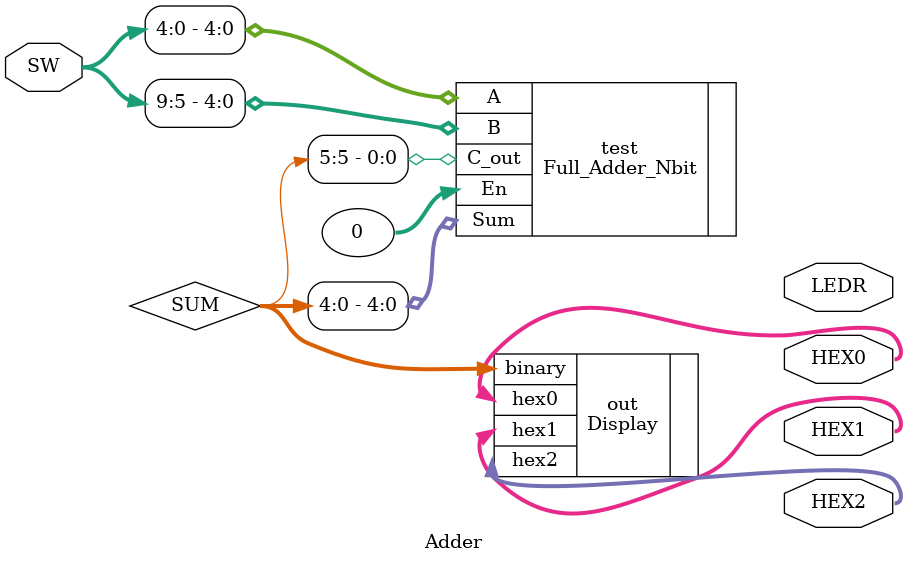
<source format=sv>
module Adder(
		input  logic [9:0] SW,
		output logic [9:0] LEDR,
		output logic [6:0] HEX0, HEX1, HEX2
);

wire logic [5:0] SUM;

Full_Adder_Nbit #(5) test(.A(SW[4:0]), .B(SW[9:5]), .Sum(SUM[4:0]), .C_out(SUM[5]), .En(0) );

Display  out(.binary(SUM), .hex0(HEX0), .hex1(HEX1), .hex2(HEX2) );

endmodule
</source>
